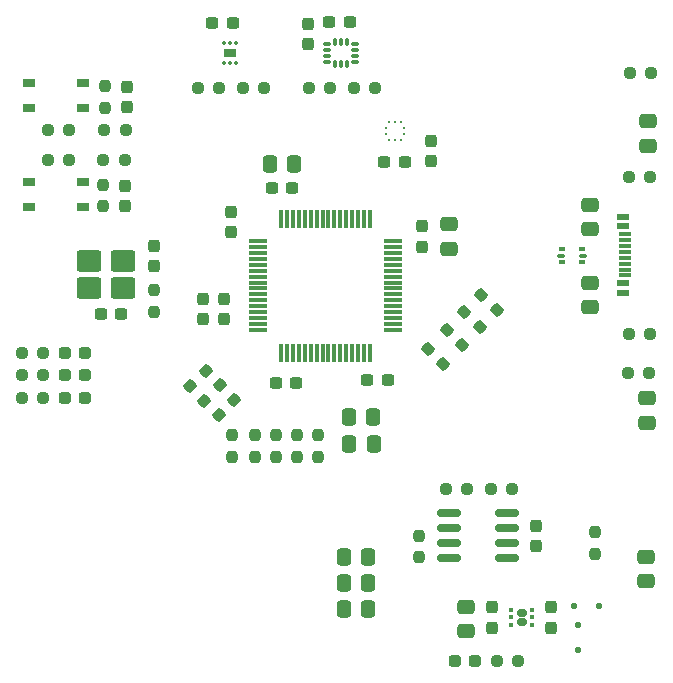
<source format=gtp>
G04 #@! TF.GenerationSoftware,KiCad,Pcbnew,9.0.4*
G04 #@! TF.CreationDate,2025-09-13T12:43:22+05:30*
G04 #@! TF.ProjectId,Udayate,55646179-6174-4652-9e6b-696361645f70,1*
G04 #@! TF.SameCoordinates,Original*
G04 #@! TF.FileFunction,Paste,Top*
G04 #@! TF.FilePolarity,Positive*
%FSLAX46Y46*%
G04 Gerber Fmt 4.6, Leading zero omitted, Abs format (unit mm)*
G04 Created by KiCad (PCBNEW 9.0.4) date 2025-09-13 12:43:22*
%MOMM*%
%LPD*%
G01*
G04 APERTURE LIST*
G04 Aperture macros list*
%AMRoundRect*
0 Rectangle with rounded corners*
0 $1 Rounding radius*
0 $2 $3 $4 $5 $6 $7 $8 $9 X,Y pos of 4 corners*
0 Add a 4 corners polygon primitive as box body*
4,1,4,$2,$3,$4,$5,$6,$7,$8,$9,$2,$3,0*
0 Add four circle primitives for the rounded corners*
1,1,$1+$1,$2,$3*
1,1,$1+$1,$4,$5*
1,1,$1+$1,$6,$7*
1,1,$1+$1,$8,$9*
0 Add four rect primitives between the rounded corners*
20,1,$1+$1,$2,$3,$4,$5,0*
20,1,$1+$1,$4,$5,$6,$7,0*
20,1,$1+$1,$6,$7,$8,$9,0*
20,1,$1+$1,$8,$9,$2,$3,0*%
G04 Aperture macros list end*
%ADD10RoundRect,0.250000X0.475000X-0.337500X0.475000X0.337500X-0.475000X0.337500X-0.475000X-0.337500X0*%
%ADD11RoundRect,0.237500X0.300000X0.237500X-0.300000X0.237500X-0.300000X-0.237500X0.300000X-0.237500X0*%
%ADD12RoundRect,0.237500X-0.237500X0.300000X-0.237500X-0.300000X0.237500X-0.300000X0.237500X0.300000X0*%
%ADD13RoundRect,0.237500X0.250000X0.237500X-0.250000X0.237500X-0.250000X-0.237500X0.250000X-0.237500X0*%
%ADD14RoundRect,0.250000X0.337500X0.475000X-0.337500X0.475000X-0.337500X-0.475000X0.337500X-0.475000X0*%
%ADD15RoundRect,0.237500X0.237500X-0.250000X0.237500X0.250000X-0.237500X0.250000X-0.237500X-0.250000X0*%
%ADD16RoundRect,0.237500X0.344715X-0.008839X-0.008839X0.344715X-0.344715X0.008839X0.008839X-0.344715X0*%
%ADD17RoundRect,0.237500X-0.250000X-0.237500X0.250000X-0.237500X0.250000X0.237500X-0.250000X0.237500X0*%
%ADD18RoundRect,0.237500X-0.287500X-0.237500X0.287500X-0.237500X0.287500X0.237500X-0.287500X0.237500X0*%
%ADD19RoundRect,0.045000X0.105000X-0.117500X0.105000X0.117500X-0.105000X0.117500X-0.105000X-0.117500X0*%
%ADD20RoundRect,0.045000X-0.105000X0.117500X-0.105000X-0.117500X0.105000X-0.117500X0.105000X0.117500X0*%
%ADD21RoundRect,0.105000X-0.445000X-0.245000X0.445000X-0.245000X0.445000X0.245000X-0.445000X0.245000X0*%
%ADD22RoundRect,0.250000X-0.475000X0.337500X-0.475000X-0.337500X0.475000X-0.337500X0.475000X0.337500X0*%
%ADD23RoundRect,0.081250X0.231250X0.081250X-0.231250X0.081250X-0.231250X-0.081250X0.231250X-0.081250X0*%
%ADD24RoundRect,0.081250X0.081250X0.231250X-0.081250X0.231250X-0.081250X-0.231250X0.081250X-0.231250X0*%
%ADD25RoundRect,0.237500X-0.300000X-0.237500X0.300000X-0.237500X0.300000X0.237500X-0.300000X0.237500X0*%
%ADD26RoundRect,0.237500X0.237500X-0.300000X0.237500X0.300000X-0.237500X0.300000X-0.237500X-0.300000X0*%
%ADD27R,1.050000X0.650000*%
%ADD28R,0.279400X0.254000*%
%ADD29R,0.254000X0.279400*%
%ADD30RoundRect,0.075000X-0.700000X-0.075000X0.700000X-0.075000X0.700000X0.075000X-0.700000X0.075000X0*%
%ADD31RoundRect,0.075000X-0.075000X-0.700000X0.075000X-0.700000X0.075000X0.700000X-0.075000X0.700000X0*%
%ADD32RoundRect,0.237500X-0.344715X0.008839X0.008839X-0.344715X0.344715X-0.008839X-0.008839X0.344715X0*%
%ADD33RoundRect,0.250000X-0.337500X-0.475000X0.337500X-0.475000X0.337500X0.475000X-0.337500X0.475000X0*%
%ADD34RoundRect,0.237500X-0.008839X-0.344715X0.344715X0.008839X0.008839X0.344715X-0.344715X-0.008839X0*%
%ADD35RoundRect,0.125000X-0.125000X-0.125000X0.125000X-0.125000X0.125000X0.125000X-0.125000X0.125000X0*%
%ADD36RoundRect,0.093750X0.156250X0.093750X-0.156250X0.093750X-0.156250X-0.093750X0.156250X-0.093750X0*%
%ADD37RoundRect,0.075000X0.250000X0.075000X-0.250000X0.075000X-0.250000X-0.075000X0.250000X-0.075000X0*%
%ADD38RoundRect,0.150000X0.825000X0.150000X-0.825000X0.150000X-0.825000X-0.150000X0.825000X-0.150000X0*%
%ADD39R,1.140000X0.600000*%
%ADD40R,1.140000X0.300000*%
%ADD41RoundRect,0.160000X-0.245000X-0.160000X0.245000X-0.160000X0.245000X0.160000X-0.245000X0.160000X0*%
%ADD42RoundRect,0.093750X-0.093750X-0.106250X0.093750X-0.106250X0.093750X0.106250X-0.093750X0.106250X0*%
%ADD43RoundRect,0.250000X0.800000X0.650000X-0.800000X0.650000X-0.800000X-0.650000X0.800000X-0.650000X0*%
%ADD44RoundRect,0.237500X0.287500X0.237500X-0.287500X0.237500X-0.287500X-0.237500X0.287500X-0.237500X0*%
%ADD45RoundRect,0.125000X-0.125000X0.125000X-0.125000X-0.125000X0.125000X-0.125000X0.125000X0.125000X0*%
G04 APERTURE END LIST*
D10*
X172968750Y-86468750D03*
X172968750Y-84393750D03*
D11*
X137857500Y-76030000D03*
X136132500Y-76030000D03*
D12*
X159800000Y-125550000D03*
X159800000Y-127275000D03*
D13*
X173200000Y-102420000D03*
X171375000Y-102420000D03*
X140512500Y-81600000D03*
X138687500Y-81600000D03*
D14*
X149337500Y-121300000D03*
X147262500Y-121300000D03*
D15*
X126875000Y-91587500D03*
X126875000Y-89762500D03*
D16*
X160190470Y-100390470D03*
X158900000Y-99100000D03*
D17*
X171457500Y-80330000D03*
X173282500Y-80330000D03*
D18*
X123625000Y-105900000D03*
X125375000Y-105900000D03*
X123625000Y-104000000D03*
X125375000Y-104000000D03*
D19*
X138095000Y-79430000D03*
D20*
X137595000Y-79430000D03*
X137095000Y-79430000D03*
X137095000Y-77790000D03*
D21*
X137600000Y-78600000D03*
D20*
X137595000Y-77790000D03*
D19*
X138095000Y-77790000D03*
D17*
X119987500Y-105900000D03*
X121812500Y-105900000D03*
D22*
X156200000Y-93125000D03*
X156200000Y-95200000D03*
D23*
X148162500Y-79350000D03*
X148162500Y-78850000D03*
X148162500Y-78350000D03*
X148162500Y-77850000D03*
D24*
X147500000Y-77687500D03*
X147000000Y-77687500D03*
X146500000Y-77687500D03*
D23*
X145837500Y-77850000D03*
X145837500Y-78350000D03*
X145837500Y-78850000D03*
X145837500Y-79350000D03*
D24*
X146500000Y-79512500D03*
X147000000Y-79512500D03*
X147500000Y-79512500D03*
D25*
X141175000Y-90000000D03*
X142900000Y-90000000D03*
D15*
X145100000Y-112800000D03*
X145100000Y-110975000D03*
D17*
X155887500Y-115500000D03*
X157712500Y-115500000D03*
D15*
X127000000Y-83250000D03*
X127000000Y-81425000D03*
D26*
X135300000Y-101125000D03*
X135300000Y-99400000D03*
D12*
X164800000Y-125550000D03*
X164800000Y-127275000D03*
D27*
X120625000Y-81125000D03*
X125175000Y-81125000D03*
X120625000Y-83275000D03*
X125175000Y-83275000D03*
D28*
X152387400Y-85450000D03*
X152387400Y-84950000D03*
D29*
X152099999Y-84412600D03*
X151600000Y-84412600D03*
X151100001Y-84412600D03*
D28*
X150812600Y-84950000D03*
X150812600Y-85450000D03*
D29*
X151100001Y-85987400D03*
X151600000Y-85987400D03*
X152099999Y-85987400D03*
D12*
X128900000Y-81487500D03*
X128900000Y-83212500D03*
D17*
X126987500Y-85100000D03*
X128812500Y-85100000D03*
D14*
X149337500Y-125700000D03*
X147262500Y-125700000D03*
D15*
X143290000Y-112812500D03*
X143290000Y-110987500D03*
X137800000Y-112812500D03*
X137800000Y-110987500D03*
D30*
X140025000Y-94550000D03*
X140025000Y-95050000D03*
X140025000Y-95550000D03*
X140025000Y-96050000D03*
X140025000Y-96550000D03*
X140025000Y-97050000D03*
X140025000Y-97550000D03*
X140025000Y-98050000D03*
X140025000Y-98550000D03*
X140025000Y-99050000D03*
X140025000Y-99550000D03*
X140025000Y-100050000D03*
X140025000Y-100550000D03*
X140025000Y-101050000D03*
X140025000Y-101550000D03*
X140025000Y-102050000D03*
D31*
X141950000Y-103975000D03*
X142450000Y-103975000D03*
X142950000Y-103975000D03*
X143450000Y-103975000D03*
X143950000Y-103975000D03*
X144450000Y-103975000D03*
X144950000Y-103975000D03*
X145450000Y-103975000D03*
X145950000Y-103975000D03*
X146450000Y-103975000D03*
X146950000Y-103975000D03*
X147450000Y-103975000D03*
X147950000Y-103975000D03*
X148450000Y-103975000D03*
X148950000Y-103975000D03*
X149450000Y-103975000D03*
D30*
X151375000Y-102050000D03*
X151375000Y-101550000D03*
X151375000Y-101050000D03*
X151375000Y-100550000D03*
X151375000Y-100050000D03*
X151375000Y-99550000D03*
X151375000Y-99050000D03*
X151375000Y-98550000D03*
X151375000Y-98050000D03*
X151375000Y-97550000D03*
X151375000Y-97050000D03*
X151375000Y-96550000D03*
X151375000Y-96050000D03*
X151375000Y-95550000D03*
X151375000Y-95050000D03*
X151375000Y-94550000D03*
D31*
X149450000Y-92625000D03*
X148950000Y-92625000D03*
X148450000Y-92625000D03*
X147950000Y-92625000D03*
X147450000Y-92625000D03*
X146950000Y-92625000D03*
X146450000Y-92625000D03*
X145950000Y-92625000D03*
X145450000Y-92625000D03*
X144950000Y-92625000D03*
X144450000Y-92625000D03*
X143950000Y-92625000D03*
X143450000Y-92625000D03*
X142950000Y-92625000D03*
X142450000Y-92625000D03*
X141950000Y-92625000D03*
D32*
X157454765Y-100504765D03*
X158745235Y-101795235D03*
D17*
X144287500Y-81600000D03*
X146112500Y-81600000D03*
D15*
X141490000Y-112812500D03*
X141490000Y-110987500D03*
D17*
X122187500Y-85100000D03*
X124012500Y-85100000D03*
D27*
X120625000Y-89525000D03*
X125175000Y-89525000D03*
X120625000Y-91675000D03*
X125175000Y-91675000D03*
D12*
X128700000Y-89837500D03*
X128700000Y-91562500D03*
D17*
X171287500Y-105700000D03*
X173112500Y-105700000D03*
D11*
X143200000Y-106568750D03*
X141475000Y-106568750D03*
D26*
X163500000Y-120367500D03*
X163500000Y-118642500D03*
D14*
X149312500Y-123500000D03*
X147237500Y-123500000D03*
D13*
X149912500Y-81600000D03*
X148087500Y-81600000D03*
X161525000Y-115500000D03*
X159700000Y-115500000D03*
D25*
X126675000Y-100700000D03*
X128400000Y-100700000D03*
D15*
X139700000Y-112812500D03*
X139700000Y-110987500D03*
D11*
X147765000Y-76000000D03*
X146040000Y-76000000D03*
D33*
X147687500Y-109400000D03*
X149762500Y-109400000D03*
D12*
X154600000Y-86037500D03*
X154600000Y-87762500D03*
D26*
X137100000Y-101125000D03*
X137100000Y-99400000D03*
D34*
X135454765Y-108045235D03*
X136745235Y-106754765D03*
D10*
X172900000Y-109937500D03*
X172900000Y-107862500D03*
D26*
X137700000Y-93762500D03*
X137700000Y-92037500D03*
D33*
X140975000Y-88000000D03*
X143050000Y-88000000D03*
D17*
X134887500Y-81600000D03*
X136712500Y-81600000D03*
X119987500Y-104000000D03*
X121812500Y-104000000D03*
D13*
X173200000Y-89100000D03*
X171375000Y-89100000D03*
D22*
X157600000Y-125475000D03*
X157600000Y-127550000D03*
D18*
X123625000Y-107800000D03*
X125375000Y-107800000D03*
D12*
X131150000Y-94937500D03*
X131150000Y-96662500D03*
D35*
X166700000Y-125400000D03*
X168900000Y-125400000D03*
D36*
X167420000Y-96320000D03*
D37*
X167495000Y-95782500D03*
D36*
X167420000Y-95245000D03*
X165720000Y-95245000D03*
D37*
X165645000Y-95782500D03*
D36*
X165720000Y-96320000D03*
D11*
X150962500Y-106300000D03*
X149237500Y-106300000D03*
D38*
X161075000Y-121405000D03*
X161075000Y-120135000D03*
X161075000Y-118865000D03*
X161075000Y-117595000D03*
X156125000Y-117595000D03*
X156125000Y-118865000D03*
X156125000Y-120135000D03*
X156125000Y-121405000D03*
D10*
X168120000Y-93520000D03*
X168120000Y-91445000D03*
D33*
X147725000Y-111700000D03*
X149800000Y-111700000D03*
D22*
X168120000Y-98082500D03*
X168120000Y-100157500D03*
D11*
X152400000Y-87800000D03*
X150675000Y-87800000D03*
D17*
X122187500Y-87700000D03*
X124012500Y-87700000D03*
D39*
X170900000Y-98900000D03*
X170900000Y-98100000D03*
D40*
X171050000Y-96950000D03*
X171050000Y-95950000D03*
X171050000Y-95450000D03*
X171050000Y-94450000D03*
D39*
X170900000Y-92500000D03*
X170900000Y-93300000D03*
D40*
X171050000Y-93950000D03*
X171050000Y-94950000D03*
X171050000Y-96450000D03*
X171050000Y-97450000D03*
D17*
X119987500Y-107800000D03*
X121812500Y-107800000D03*
D15*
X168500000Y-121012500D03*
X168500000Y-119187500D03*
D13*
X162012500Y-130100000D03*
X160187500Y-130100000D03*
D12*
X153900000Y-93300000D03*
X153900000Y-95025000D03*
D34*
X136654765Y-109245235D03*
X137945235Y-107954765D03*
D41*
X162300000Y-126000000D03*
X162300000Y-126800000D03*
D42*
X161412500Y-125750000D03*
X161412500Y-126400000D03*
X161412500Y-127050000D03*
X163187500Y-127050000D03*
X163187500Y-126400000D03*
X163187500Y-125750000D03*
D15*
X131150000Y-100512500D03*
X131150000Y-98687500D03*
D34*
X134254765Y-106845235D03*
X135545235Y-105554765D03*
D16*
X155645235Y-104945235D03*
X154354765Y-103654765D03*
D43*
X128550000Y-96187500D03*
X125650000Y-96187500D03*
X125650000Y-98487500D03*
X128550000Y-98487500D03*
D17*
X126887500Y-87700000D03*
X128712500Y-87700000D03*
D16*
X157245235Y-103345235D03*
X155954765Y-102054765D03*
D26*
X144240000Y-77862500D03*
X144240000Y-76137500D03*
D44*
X158375000Y-130100000D03*
X156625000Y-130100000D03*
D45*
X167100000Y-127000000D03*
X167100000Y-129200000D03*
D10*
X172800000Y-123337500D03*
X172800000Y-121262500D03*
D15*
X153600000Y-121317500D03*
X153600000Y-119492500D03*
M02*

</source>
